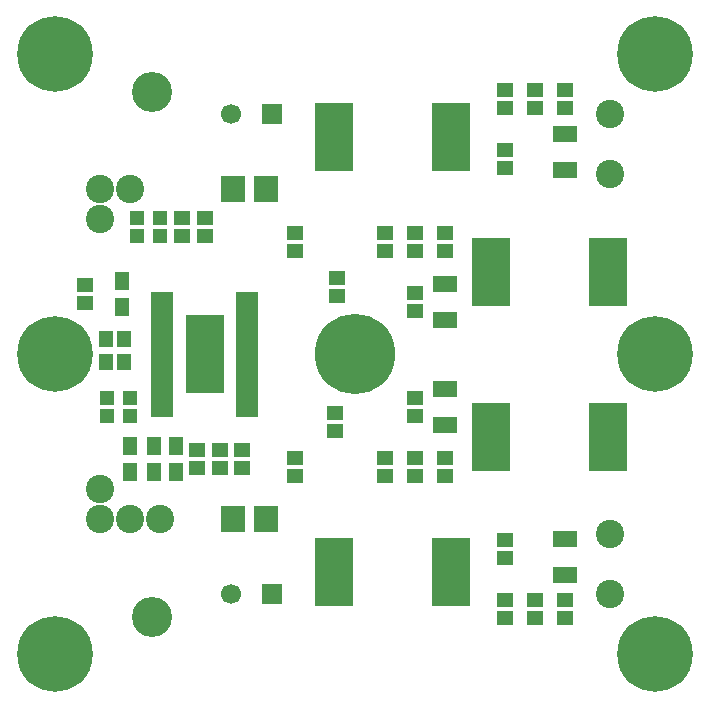
<source format=gbr>
G04 #@! TF.FileFunction,Soldermask,Top*
%FSLAX46Y46*%
G04 Gerber Fmt 4.6, Leading zero omitted, Abs format (unit mm)*
G04 Created by KiCad (PCBNEW 4.0.5) date 04/25/17 13:15:46*
%MOMM*%
%LPD*%
G01*
G04 APERTURE LIST*
%ADD10C,0.100000*%
%ADD11R,1.870000X0.820000*%
%ADD12R,3.300680X5.800040*%
%ADD13R,1.400760X1.299160*%
%ADD14R,1.299160X1.400760*%
%ADD15R,1.150000X1.200000*%
%ADD16R,2.000200X2.203400*%
%ADD17C,1.700000*%
%ADD18R,1.700000X1.700000*%
%ADD19R,2.000000X1.400000*%
%ADD20C,3.400000*%
%ADD21C,2.400000*%
%ADD22R,1.300000X1.600000*%
%ADD23C,6.800000*%
%ADD24R,3.200000X6.600000*%
%ADD25C,6.400000*%
G04 APERTURE END LIST*
D10*
D11*
X136100000Y-75874880D03*
X136100000Y-76525120D03*
X136100000Y-77175360D03*
X136100000Y-77825600D03*
X143300000Y-73934320D03*
X136100000Y-73924160D03*
X136100000Y-74574400D03*
X136100000Y-75224640D03*
X143300000Y-78475840D03*
X143300000Y-77825600D03*
X143300000Y-77175360D03*
X143300000Y-76525120D03*
X143300000Y-75874880D03*
X143300000Y-75224640D03*
X136100000Y-78475840D03*
X143300000Y-74574400D03*
X136100000Y-73273920D03*
X136100000Y-79126080D03*
X143300000Y-79126080D03*
X143300000Y-73273920D03*
X136100000Y-72626220D03*
X136100000Y-79773780D03*
X143300000Y-79773780D03*
X143300000Y-72626220D03*
X136100000Y-71975980D03*
X136100000Y-80424020D03*
X143300000Y-80424020D03*
X143300000Y-71975980D03*
X136100000Y-71325740D03*
X136100000Y-81074260D03*
X143300000Y-81074260D03*
X143300000Y-71325740D03*
D12*
X150624540Y-57785000D03*
X160525460Y-57785000D03*
X173860460Y-69215000D03*
X163959540Y-69215000D03*
X163959540Y-83185000D03*
X173860460Y-83185000D03*
X160525460Y-94615000D03*
X150624540Y-94615000D03*
D13*
X137795000Y-64653160D03*
X137795000Y-66156840D03*
X165100000Y-53858160D03*
X165100000Y-55361840D03*
X160020000Y-67426840D03*
X160020000Y-65923160D03*
D14*
X131328160Y-74930000D03*
X132831840Y-74930000D03*
D13*
X154940000Y-65923160D03*
X154940000Y-67426840D03*
X160020000Y-84973160D03*
X160020000Y-86476840D03*
D14*
X132831840Y-76835000D03*
X131328160Y-76835000D03*
D13*
X154940000Y-86476840D03*
X154940000Y-84973160D03*
X170180000Y-98541840D03*
X170180000Y-97038160D03*
X165100000Y-98541840D03*
X165100000Y-97038160D03*
X139065000Y-85841840D03*
X139065000Y-84338160D03*
X140970000Y-84338160D03*
X140970000Y-85841840D03*
D15*
X135890000Y-66155000D03*
X135890000Y-64655000D03*
D13*
X170180000Y-53858160D03*
X170180000Y-55361840D03*
D16*
X144907000Y-62230000D03*
X142113000Y-62230000D03*
D13*
X139700000Y-66156840D03*
X139700000Y-64653160D03*
D17*
X141915000Y-55880000D03*
D18*
X145415000Y-55880000D03*
D19*
X170180000Y-57555000D03*
X170180000Y-60555000D03*
D15*
X133985000Y-66155000D03*
X133985000Y-64655000D03*
D19*
X160020000Y-70255000D03*
X160020000Y-73255000D03*
X160020000Y-82145000D03*
X160020000Y-79145000D03*
D15*
X131445000Y-79895000D03*
X131445000Y-81395000D03*
X133350000Y-79895000D03*
X133350000Y-81395000D03*
D19*
X170180000Y-94845000D03*
X170180000Y-91845000D03*
D16*
X144907000Y-90170000D03*
X142113000Y-90170000D03*
D13*
X142875000Y-84338160D03*
X142875000Y-85841840D03*
D17*
X141915000Y-96520000D03*
D18*
X145415000Y-96520000D03*
D20*
X135255000Y-53975000D03*
X135255000Y-98425000D03*
D21*
X133350000Y-62230000D03*
X130810000Y-62230000D03*
X130810000Y-64770000D03*
X130810000Y-87630000D03*
X130810000Y-90170000D03*
X133350000Y-90170000D03*
X135890000Y-90170000D03*
D22*
X133350000Y-86190000D03*
X133350000Y-83990000D03*
X135382000Y-86190000D03*
X135382000Y-83990000D03*
X137287000Y-86190000D03*
X137287000Y-83990000D03*
D21*
X173990000Y-55880000D03*
X173990000Y-60960000D03*
X173990000Y-91440000D03*
X173990000Y-96520000D03*
D23*
X152400000Y-76200000D03*
D13*
X150749000Y-82666840D03*
X150749000Y-81163160D03*
X150876000Y-69733160D03*
X150876000Y-71236840D03*
X147320000Y-67426840D03*
X147320000Y-65923160D03*
X147320000Y-84973160D03*
X147320000Y-86476840D03*
X157480000Y-65923160D03*
X157480000Y-67426840D03*
X157480000Y-71003160D03*
X157480000Y-72506840D03*
X157480000Y-81396840D03*
X157480000Y-79893160D03*
X157480000Y-86476840D03*
X157480000Y-84973160D03*
X167640000Y-53858160D03*
X167640000Y-55361840D03*
X167640000Y-98541840D03*
X167640000Y-97038160D03*
X165100000Y-93461840D03*
X165100000Y-91958160D03*
X165100000Y-58938160D03*
X165100000Y-60441840D03*
D22*
X132715000Y-72220000D03*
X132715000Y-70020000D03*
D13*
X129540000Y-71871840D03*
X129540000Y-70368160D03*
D24*
X139700000Y-76200000D03*
D25*
X177800000Y-50800000D03*
X127000000Y-50800000D03*
X177800000Y-76200000D03*
X127000000Y-76200000D03*
X127000000Y-101600000D03*
X177800000Y-101600000D03*
M02*

</source>
